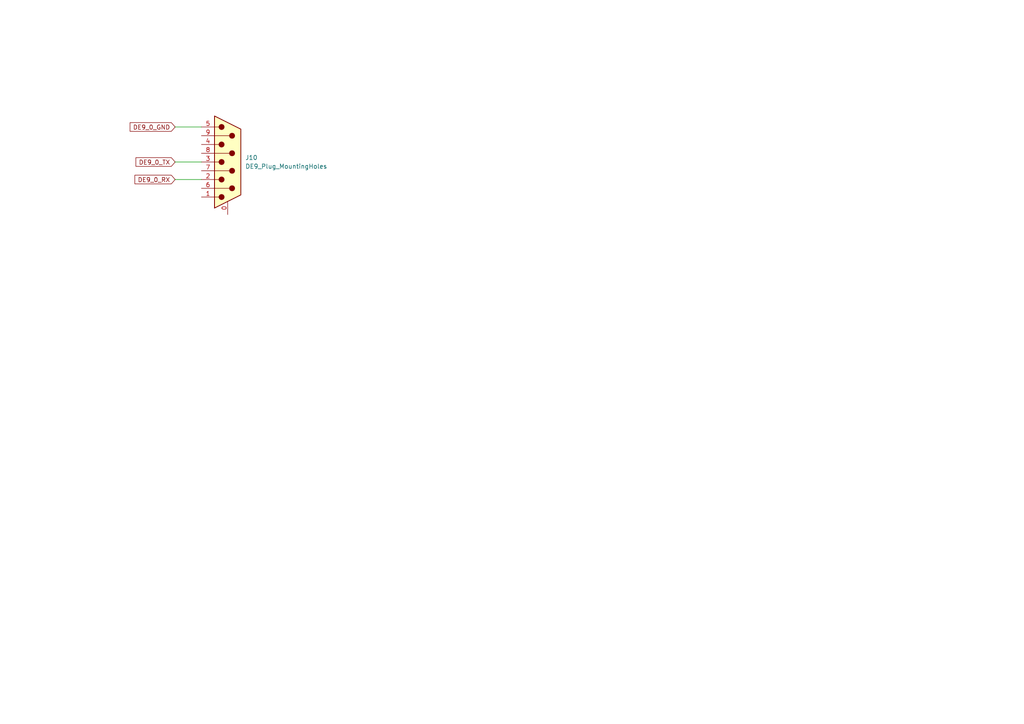
<source format=kicad_sch>
(kicad_sch
	(version 20231120)
	(generator "eeschema")
	(generator_version "8.0")
	(uuid "1caf5326-106d-47c2-b344-e9f252582a28")
	(paper "A4")
	(lib_symbols
		(symbol "Connector:DE9_Plug_MountingHoles"
			(pin_names
				(offset 1.016) hide)
			(exclude_from_sim no)
			(in_bom yes)
			(on_board yes)
			(property "Reference" "J"
				(at 0 16.51 0)
				(effects
					(font
						(size 1.27 1.27)
					)
				)
			)
			(property "Value" "DE9_Plug_MountingHoles"
				(at 0 14.605 0)
				(effects
					(font
						(size 1.27 1.27)
					)
				)
			)
			(property "Footprint" ""
				(at 0 0 0)
				(effects
					(font
						(size 1.27 1.27)
					)
					(hide yes)
				)
			)
			(property "Datasheet" "~"
				(at 0 0 0)
				(effects
					(font
						(size 1.27 1.27)
					)
					(hide yes)
				)
			)
			(property "Description" "9-pin male plug pin D-SUB connector, Mounting Hole"
				(at 0 0 0)
				(effects
					(font
						(size 1.27 1.27)
					)
					(hide yes)
				)
			)
			(property "ki_keywords" "connector plug male D-SUB DB9"
				(at 0 0 0)
				(effects
					(font
						(size 1.27 1.27)
					)
					(hide yes)
				)
			)
			(property "ki_fp_filters" "DSUB*Male*"
				(at 0 0 0)
				(effects
					(font
						(size 1.27 1.27)
					)
					(hide yes)
				)
			)
			(symbol "DE9_Plug_MountingHoles_0_1"
				(circle
					(center -1.778 -10.16)
					(radius 0.762)
					(stroke
						(width 0)
						(type default)
					)
					(fill
						(type outline)
					)
				)
				(circle
					(center -1.778 -5.08)
					(radius 0.762)
					(stroke
						(width 0)
						(type default)
					)
					(fill
						(type outline)
					)
				)
				(circle
					(center -1.778 0)
					(radius 0.762)
					(stroke
						(width 0)
						(type default)
					)
					(fill
						(type outline)
					)
				)
				(circle
					(center -1.778 5.08)
					(radius 0.762)
					(stroke
						(width 0)
						(type default)
					)
					(fill
						(type outline)
					)
				)
				(circle
					(center -1.778 10.16)
					(radius 0.762)
					(stroke
						(width 0)
						(type default)
					)
					(fill
						(type outline)
					)
				)
				(polyline
					(pts
						(xy -3.81 -10.16) (xy -2.54 -10.16)
					)
					(stroke
						(width 0)
						(type default)
					)
					(fill
						(type none)
					)
				)
				(polyline
					(pts
						(xy -3.81 -7.62) (xy 0.508 -7.62)
					)
					(stroke
						(width 0)
						(type default)
					)
					(fill
						(type none)
					)
				)
				(polyline
					(pts
						(xy -3.81 -5.08) (xy -2.54 -5.08)
					)
					(stroke
						(width 0)
						(type default)
					)
					(fill
						(type none)
					)
				)
				(polyline
					(pts
						(xy -3.81 -2.54) (xy 0.508 -2.54)
					)
					(stroke
						(width 0)
						(type default)
					)
					(fill
						(type none)
					)
				)
				(polyline
					(pts
						(xy -3.81 0) (xy -2.54 0)
					)
					(stroke
						(width 0)
						(type default)
					)
					(fill
						(type none)
					)
				)
				(polyline
					(pts
						(xy -3.81 2.54) (xy 0.508 2.54)
					)
					(stroke
						(width 0)
						(type default)
					)
					(fill
						(type none)
					)
				)
				(polyline
					(pts
						(xy -3.81 5.08) (xy -2.54 5.08)
					)
					(stroke
						(width 0)
						(type default)
					)
					(fill
						(type none)
					)
				)
				(polyline
					(pts
						(xy -3.81 7.62) (xy 0.508 7.62)
					)
					(stroke
						(width 0)
						(type default)
					)
					(fill
						(type none)
					)
				)
				(polyline
					(pts
						(xy -3.81 10.16) (xy -2.54 10.16)
					)
					(stroke
						(width 0)
						(type default)
					)
					(fill
						(type none)
					)
				)
				(polyline
					(pts
						(xy -3.81 -13.335) (xy -3.81 13.335) (xy 3.81 9.525) (xy 3.81 -9.525) (xy -3.81 -13.335)
					)
					(stroke
						(width 0.254)
						(type default)
					)
					(fill
						(type background)
					)
				)
				(circle
					(center 1.27 -7.62)
					(radius 0.762)
					(stroke
						(width 0)
						(type default)
					)
					(fill
						(type outline)
					)
				)
				(circle
					(center 1.27 -2.54)
					(radius 0.762)
					(stroke
						(width 0)
						(type default)
					)
					(fill
						(type outline)
					)
				)
				(circle
					(center 1.27 2.54)
					(radius 0.762)
					(stroke
						(width 0)
						(type default)
					)
					(fill
						(type outline)
					)
				)
				(circle
					(center 1.27 7.62)
					(radius 0.762)
					(stroke
						(width 0)
						(type default)
					)
					(fill
						(type outline)
					)
				)
			)
			(symbol "DE9_Plug_MountingHoles_1_1"
				(pin passive line
					(at 0 -15.24 90)
					(length 3.81)
					(name "PAD"
						(effects
							(font
								(size 1.27 1.27)
							)
						)
					)
					(number "0"
						(effects
							(font
								(size 1.27 1.27)
							)
						)
					)
				)
				(pin passive line
					(at -7.62 -10.16 0)
					(length 3.81)
					(name "1"
						(effects
							(font
								(size 1.27 1.27)
							)
						)
					)
					(number "1"
						(effects
							(font
								(size 1.27 1.27)
							)
						)
					)
				)
				(pin passive line
					(at -7.62 -5.08 0)
					(length 3.81)
					(name "2"
						(effects
							(font
								(size 1.27 1.27)
							)
						)
					)
					(number "2"
						(effects
							(font
								(size 1.27 1.27)
							)
						)
					)
				)
				(pin passive line
					(at -7.62 0 0)
					(length 3.81)
					(name "3"
						(effects
							(font
								(size 1.27 1.27)
							)
						)
					)
					(number "3"
						(effects
							(font
								(size 1.27 1.27)
							)
						)
					)
				)
				(pin passive line
					(at -7.62 5.08 0)
					(length 3.81)
					(name "4"
						(effects
							(font
								(size 1.27 1.27)
							)
						)
					)
					(number "4"
						(effects
							(font
								(size 1.27 1.27)
							)
						)
					)
				)
				(pin passive line
					(at -7.62 10.16 0)
					(length 3.81)
					(name "5"
						(effects
							(font
								(size 1.27 1.27)
							)
						)
					)
					(number "5"
						(effects
							(font
								(size 1.27 1.27)
							)
						)
					)
				)
				(pin passive line
					(at -7.62 -7.62 0)
					(length 3.81)
					(name "6"
						(effects
							(font
								(size 1.27 1.27)
							)
						)
					)
					(number "6"
						(effects
							(font
								(size 1.27 1.27)
							)
						)
					)
				)
				(pin passive line
					(at -7.62 -2.54 0)
					(length 3.81)
					(name "7"
						(effects
							(font
								(size 1.27 1.27)
							)
						)
					)
					(number "7"
						(effects
							(font
								(size 1.27 1.27)
							)
						)
					)
				)
				(pin passive line
					(at -7.62 2.54 0)
					(length 3.81)
					(name "8"
						(effects
							(font
								(size 1.27 1.27)
							)
						)
					)
					(number "8"
						(effects
							(font
								(size 1.27 1.27)
							)
						)
					)
				)
				(pin passive line
					(at -7.62 7.62 0)
					(length 3.81)
					(name "9"
						(effects
							(font
								(size 1.27 1.27)
							)
						)
					)
					(number "9"
						(effects
							(font
								(size 1.27 1.27)
							)
						)
					)
				)
			)
		)
	)
	(wire
		(pts
			(xy 50.8 36.83) (xy 58.42 36.83)
		)
		(stroke
			(width 0)
			(type default)
		)
		(uuid "44f5e3ec-9f6e-42b8-9e84-007f7aac7441")
	)
	(wire
		(pts
			(xy 50.8 52.07) (xy 58.42 52.07)
		)
		(stroke
			(width 0)
			(type default)
		)
		(uuid "a7073fd0-8297-490c-bccc-eb84dcff9de3")
	)
	(wire
		(pts
			(xy 50.8 46.99) (xy 58.42 46.99)
		)
		(stroke
			(width 0)
			(type default)
		)
		(uuid "d9f8c238-f5ca-44ac-ba47-ec96e96bd2d7")
	)
	(global_label "DE9_0_RX"
		(shape input)
		(at 50.8 52.07 180)
		(fields_autoplaced yes)
		(effects
			(font
				(size 1.27 1.27)
			)
			(justify right)
		)
		(uuid "081a3d7d-0f32-471e-a5fa-335c30b5cc6f")
		(property "Intersheetrefs" "${INTERSHEET_REFS}"
			(at 38.5621 52.07 0)
			(effects
				(font
					(size 1.27 1.27)
				)
				(justify right)
				(hide yes)
			)
		)
	)
	(global_label "DE9_0_GND"
		(shape input)
		(at 50.8 36.83 180)
		(fields_autoplaced yes)
		(effects
			(font
				(size 1.27 1.27)
			)
			(justify right)
		)
		(uuid "6075b537-c530-4c9b-b886-af8d146c334b")
		(property "Intersheetrefs" "${INTERSHEET_REFS}"
			(at 37.1711 36.83 0)
			(effects
				(font
					(size 1.27 1.27)
				)
				(justify right)
				(hide yes)
			)
		)
	)
	(global_label "DE9_0_TX"
		(shape input)
		(at 50.8 46.99 180)
		(fields_autoplaced yes)
		(effects
			(font
				(size 1.27 1.27)
			)
			(justify right)
		)
		(uuid "a94937fd-ad27-4219-ba30-a8bc549ac880")
		(property "Intersheetrefs" "${INTERSHEET_REFS}"
			(at 38.8645 46.99 0)
			(effects
				(font
					(size 1.27 1.27)
				)
				(justify right)
				(hide yes)
			)
		)
	)
	(symbol
		(lib_id "Connector:DE9_Plug_MountingHoles")
		(at 66.04 46.99 0)
		(unit 1)
		(exclude_from_sim no)
		(in_bom yes)
		(on_board yes)
		(dnp no)
		(fields_autoplaced yes)
		(uuid "da6db8d9-d21d-4403-8cdc-450ba9ae9c05")
		(property "Reference" "J10"
			(at 71.12 45.7199 0)
			(effects
				(font
					(size 1.27 1.27)
				)
				(justify left)
			)
		)
		(property "Value" "DE9_Plug_MountingHoles"
			(at 71.12 48.2599 0)
			(effects
				(font
					(size 1.27 1.27)
				)
				(justify left)
			)
		)
		(property "Footprint" ""
			(at 66.04 46.99 0)
			(effects
				(font
					(size 1.27 1.27)
				)
				(hide yes)
			)
		)
		(property "Datasheet" "~"
			(at 66.04 46.99 0)
			(effects
				(font
					(size 1.27 1.27)
				)
				(hide yes)
			)
		)
		(property "Description" "9-pin male plug pin D-SUB connector, Mounting Hole"
			(at 66.04 46.99 0)
			(effects
				(font
					(size 1.27 1.27)
				)
				(hide yes)
			)
		)
		(pin "6"
			(uuid "8ec39abb-fb08-432e-b286-2193fd0cb18a")
		)
		(pin "0"
			(uuid "61e5e068-cca4-46f1-bc02-2d338b9b809d")
		)
		(pin "2"
			(uuid "c62f1845-6147-460e-8850-d8d41cce4e28")
		)
		(pin "3"
			(uuid "777c4d95-47ba-455a-86c2-dc27309cb87a")
		)
		(pin "1"
			(uuid "fc41bf77-db23-4dab-b529-fa0314e7f523")
		)
		(pin "5"
			(uuid "b1b70514-3e7d-4ea8-9342-3fe8e8483e5a")
		)
		(pin "4"
			(uuid "ff6c3df3-73d1-4f90-bb87-56b45de907ff")
		)
		(pin "9"
			(uuid "502278e2-d04d-4ece-8b0c-e1d96a7ae22c")
		)
		(pin "7"
			(uuid "041f0fdc-1e11-42a6-b8b5-f1e6ad3620e4")
		)
		(pin "8"
			(uuid "1653d482-2eb1-4a5d-8ee9-0d7ebe3610a2")
		)
		(instances
			(project ""
				(path "/0fe19ce7-810a-40c6-903d-4212edc122f9/e8db22f7-77fb-46ba-a7ea-4554afbfcc59"
					(reference "J10")
					(unit 1)
				)
			)
		)
	)
)

</source>
